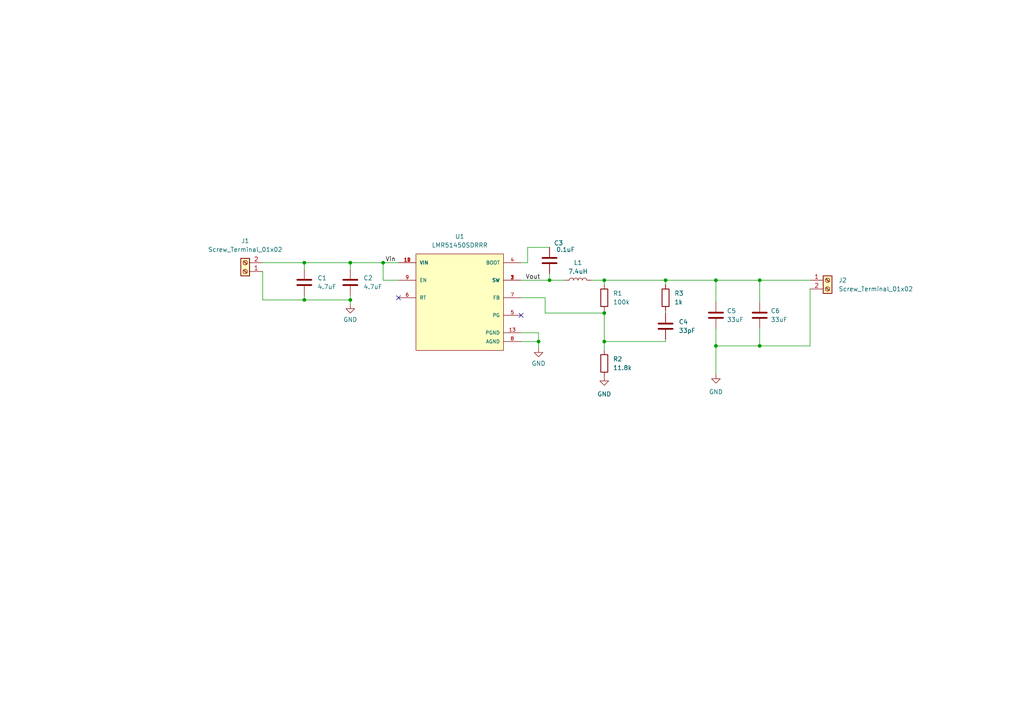
<source format=kicad_sch>
(kicad_sch (version 20230121) (generator eeschema)

  (uuid 90f3fd66-7ace-4c1c-9ebc-c55d25454461)

  (paper "A4")

  (lib_symbols
    (symbol "Connector:Screw_Terminal_01x02" (pin_names (offset 1.016) hide) (in_bom yes) (on_board yes)
      (property "Reference" "J" (at 0 2.54 0)
        (effects (font (size 1.27 1.27)))
      )
      (property "Value" "Screw_Terminal_01x02" (at 0 -5.08 0)
        (effects (font (size 1.27 1.27)))
      )
      (property "Footprint" "" (at 0 0 0)
        (effects (font (size 1.27 1.27)) hide)
      )
      (property "Datasheet" "~" (at 0 0 0)
        (effects (font (size 1.27 1.27)) hide)
      )
      (property "ki_keywords" "screw terminal" (at 0 0 0)
        (effects (font (size 1.27 1.27)) hide)
      )
      (property "ki_description" "Generic screw terminal, single row, 01x02, script generated (kicad-library-utils/schlib/autogen/connector/)" (at 0 0 0)
        (effects (font (size 1.27 1.27)) hide)
      )
      (property "ki_fp_filters" "TerminalBlock*:*" (at 0 0 0)
        (effects (font (size 1.27 1.27)) hide)
      )
      (symbol "Screw_Terminal_01x02_1_1"
        (rectangle (start -1.27 1.27) (end 1.27 -3.81)
          (stroke (width 0.254) (type default))
          (fill (type background))
        )
        (circle (center 0 -2.54) (radius 0.635)
          (stroke (width 0.1524) (type default))
          (fill (type none))
        )
        (polyline
          (pts
            (xy -0.5334 -2.2098)
            (xy 0.3302 -3.048)
          )
          (stroke (width 0.1524) (type default))
          (fill (type none))
        )
        (polyline
          (pts
            (xy -0.5334 0.3302)
            (xy 0.3302 -0.508)
          )
          (stroke (width 0.1524) (type default))
          (fill (type none))
        )
        (polyline
          (pts
            (xy -0.3556 -2.032)
            (xy 0.508 -2.8702)
          )
          (stroke (width 0.1524) (type default))
          (fill (type none))
        )
        (polyline
          (pts
            (xy -0.3556 0.508)
            (xy 0.508 -0.3302)
          )
          (stroke (width 0.1524) (type default))
          (fill (type none))
        )
        (circle (center 0 0) (radius 0.635)
          (stroke (width 0.1524) (type default))
          (fill (type none))
        )
        (pin passive line (at -5.08 0 0) (length 3.81)
          (name "Pin_1" (effects (font (size 1.27 1.27))))
          (number "1" (effects (font (size 1.27 1.27))))
        )
        (pin passive line (at -5.08 -2.54 0) (length 3.81)
          (name "Pin_2" (effects (font (size 1.27 1.27))))
          (number "2" (effects (font (size 1.27 1.27))))
        )
      )
    )
    (symbol "Device:C" (pin_numbers hide) (pin_names (offset 0.254)) (in_bom yes) (on_board yes)
      (property "Reference" "C" (at 0.635 2.54 0)
        (effects (font (size 1.27 1.27)) (justify left))
      )
      (property "Value" "C" (at 0.635 -2.54 0)
        (effects (font (size 1.27 1.27)) (justify left))
      )
      (property "Footprint" "" (at 0.9652 -3.81 0)
        (effects (font (size 1.27 1.27)) hide)
      )
      (property "Datasheet" "~" (at 0 0 0)
        (effects (font (size 1.27 1.27)) hide)
      )
      (property "ki_keywords" "cap capacitor" (at 0 0 0)
        (effects (font (size 1.27 1.27)) hide)
      )
      (property "ki_description" "Unpolarized capacitor" (at 0 0 0)
        (effects (font (size 1.27 1.27)) hide)
      )
      (property "ki_fp_filters" "C_*" (at 0 0 0)
        (effects (font (size 1.27 1.27)) hide)
      )
      (symbol "C_0_1"
        (polyline
          (pts
            (xy -2.032 -0.762)
            (xy 2.032 -0.762)
          )
          (stroke (width 0.508) (type default))
          (fill (type none))
        )
        (polyline
          (pts
            (xy -2.032 0.762)
            (xy 2.032 0.762)
          )
          (stroke (width 0.508) (type default))
          (fill (type none))
        )
      )
      (symbol "C_1_1"
        (pin passive line (at 0 3.81 270) (length 2.794)
          (name "~" (effects (font (size 1.27 1.27))))
          (number "1" (effects (font (size 1.27 1.27))))
        )
        (pin passive line (at 0 -3.81 90) (length 2.794)
          (name "~" (effects (font (size 1.27 1.27))))
          (number "2" (effects (font (size 1.27 1.27))))
        )
      )
    )
    (symbol "Device:L" (pin_numbers hide) (pin_names (offset 1.016) hide) (in_bom yes) (on_board yes)
      (property "Reference" "L" (at -1.27 0 90)
        (effects (font (size 1.27 1.27)))
      )
      (property "Value" "L" (at 1.905 0 90)
        (effects (font (size 1.27 1.27)))
      )
      (property "Footprint" "" (at 0 0 0)
        (effects (font (size 1.27 1.27)) hide)
      )
      (property "Datasheet" "~" (at 0 0 0)
        (effects (font (size 1.27 1.27)) hide)
      )
      (property "ki_keywords" "inductor choke coil reactor magnetic" (at 0 0 0)
        (effects (font (size 1.27 1.27)) hide)
      )
      (property "ki_description" "Inductor" (at 0 0 0)
        (effects (font (size 1.27 1.27)) hide)
      )
      (property "ki_fp_filters" "Choke_* *Coil* Inductor_* L_*" (at 0 0 0)
        (effects (font (size 1.27 1.27)) hide)
      )
      (symbol "L_0_1"
        (arc (start 0 -2.54) (mid 0.6323 -1.905) (end 0 -1.27)
          (stroke (width 0) (type default))
          (fill (type none))
        )
        (arc (start 0 -1.27) (mid 0.6323 -0.635) (end 0 0)
          (stroke (width 0) (type default))
          (fill (type none))
        )
        (arc (start 0 0) (mid 0.6323 0.635) (end 0 1.27)
          (stroke (width 0) (type default))
          (fill (type none))
        )
        (arc (start 0 1.27) (mid 0.6323 1.905) (end 0 2.54)
          (stroke (width 0) (type default))
          (fill (type none))
        )
      )
      (symbol "L_1_1"
        (pin passive line (at 0 3.81 270) (length 1.27)
          (name "1" (effects (font (size 1.27 1.27))))
          (number "1" (effects (font (size 1.27 1.27))))
        )
        (pin passive line (at 0 -3.81 90) (length 1.27)
          (name "2" (effects (font (size 1.27 1.27))))
          (number "2" (effects (font (size 1.27 1.27))))
        )
      )
    )
    (symbol "Device:R" (pin_numbers hide) (pin_names (offset 0)) (in_bom yes) (on_board yes)
      (property "Reference" "R" (at 2.032 0 90)
        (effects (font (size 1.27 1.27)))
      )
      (property "Value" "R" (at 0 0 90)
        (effects (font (size 1.27 1.27)))
      )
      (property "Footprint" "" (at -1.778 0 90)
        (effects (font (size 1.27 1.27)) hide)
      )
      (property "Datasheet" "~" (at 0 0 0)
        (effects (font (size 1.27 1.27)) hide)
      )
      (property "ki_keywords" "R res resistor" (at 0 0 0)
        (effects (font (size 1.27 1.27)) hide)
      )
      (property "ki_description" "Resistor" (at 0 0 0)
        (effects (font (size 1.27 1.27)) hide)
      )
      (property "ki_fp_filters" "R_*" (at 0 0 0)
        (effects (font (size 1.27 1.27)) hide)
      )
      (symbol "R_0_1"
        (rectangle (start -1.016 -2.54) (end 1.016 2.54)
          (stroke (width 0.254) (type default))
          (fill (type none))
        )
      )
      (symbol "R_1_1"
        (pin passive line (at 0 3.81 270) (length 1.27)
          (name "~" (effects (font (size 1.27 1.27))))
          (number "1" (effects (font (size 1.27 1.27))))
        )
        (pin passive line (at 0 -3.81 90) (length 1.27)
          (name "~" (effects (font (size 1.27 1.27))))
          (number "2" (effects (font (size 1.27 1.27))))
        )
      )
    )
    (symbol "GND_1" (power) (pin_numbers hide) (pin_names (offset 0) hide) (in_bom yes) (on_board yes)
      (property "Reference" "#PWR" (at 0 -6.35 0)
        (effects (font (size 1.27 1.27)) hide)
      )
      (property "Value" "GND_1" (at 0 -3.81 0)
        (effects (font (size 1.27 1.27)))
      )
      (property "Footprint" "" (at 0 0 0)
        (effects (font (size 1.27 1.27)) hide)
      )
      (property "Datasheet" "" (at 0 0 0)
        (effects (font (size 1.27 1.27)) hide)
      )
      (property "ki_keywords" "global power" (at 0 0 0)
        (effects (font (size 1.27 1.27)) hide)
      )
      (property "ki_description" "Power symbol creates a global label with name \"GND\" , ground" (at 0 0 0)
        (effects (font (size 1.27 1.27)) hide)
      )
      (symbol "GND_1_0_1"
        (polyline
          (pts
            (xy 0 0)
            (xy 0 -1.27)
            (xy 1.27 -1.27)
            (xy 0 -2.54)
            (xy -1.27 -1.27)
            (xy 0 -1.27)
          )
          (stroke (width 0) (type default))
          (fill (type none))
        )
      )
      (symbol "GND_1_1_1"
        (pin power_in line (at 0 0 270) (length 0) hide
          (name "GND" (effects (font (size 1.27 1.27))))
          (number "1" (effects (font (size 1.27 1.27))))
        )
      )
    )
    (symbol "GND_2" (power) (pin_numbers hide) (pin_names (offset 0) hide) (in_bom yes) (on_board yes)
      (property "Reference" "#PWR" (at 0 -6.35 0)
        (effects (font (size 1.27 1.27)) hide)
      )
      (property "Value" "GND_2" (at 0 -3.81 0)
        (effects (font (size 1.27 1.27)))
      )
      (property "Footprint" "" (at 0 0 0)
        (effects (font (size 1.27 1.27)) hide)
      )
      (property "Datasheet" "" (at 0 0 0)
        (effects (font (size 1.27 1.27)) hide)
      )
      (property "ki_keywords" "global power" (at 0 0 0)
        (effects (font (size 1.27 1.27)) hide)
      )
      (property "ki_description" "Power symbol creates a global label with name \"GND\" , ground" (at 0 0 0)
        (effects (font (size 1.27 1.27)) hide)
      )
      (symbol "GND_2_0_1"
        (polyline
          (pts
            (xy 0 0)
            (xy 0 -1.27)
            (xy 1.27 -1.27)
            (xy 0 -2.54)
            (xy -1.27 -1.27)
            (xy 0 -1.27)
          )
          (stroke (width 0) (type default))
          (fill (type none))
        )
      )
      (symbol "GND_2_1_1"
        (pin power_in line (at 0 0 270) (length 0) hide
          (name "GND" (effects (font (size 1.27 1.27))))
          (number "1" (effects (font (size 1.27 1.27))))
        )
      )
    )
    (symbol "GND_3" (power) (pin_numbers hide) (pin_names (offset 0) hide) (in_bom yes) (on_board yes)
      (property "Reference" "#PWR" (at 0 -6.35 0)
        (effects (font (size 1.27 1.27)) hide)
      )
      (property "Value" "GND_3" (at 0 -3.81 0)
        (effects (font (size 1.27 1.27)))
      )
      (property "Footprint" "" (at 0 0 0)
        (effects (font (size 1.27 1.27)) hide)
      )
      (property "Datasheet" "" (at 0 0 0)
        (effects (font (size 1.27 1.27)) hide)
      )
      (property "ki_keywords" "global power" (at 0 0 0)
        (effects (font (size 1.27 1.27)) hide)
      )
      (property "ki_description" "Power symbol creates a global label with name \"GND\" , ground" (at 0 0 0)
        (effects (font (size 1.27 1.27)) hide)
      )
      (symbol "GND_3_0_1"
        (polyline
          (pts
            (xy 0 0)
            (xy 0 -1.27)
            (xy 1.27 -1.27)
            (xy 0 -2.54)
            (xy -1.27 -1.27)
            (xy 0 -1.27)
          )
          (stroke (width 0) (type default))
          (fill (type none))
        )
      )
      (symbol "GND_3_1_1"
        (pin power_in line (at 0 0 270) (length 0) hide
          (name "GND" (effects (font (size 1.27 1.27))))
          (number "1" (effects (font (size 1.27 1.27))))
        )
      )
    )
    (symbol "LMR51450SDRRR:LMR51450SDRRR" (pin_names (offset 1.016)) (in_bom yes) (on_board yes)
      (property "Reference" "U" (at -12.7 13.335 0)
        (effects (font (size 1.27 1.27)) (justify left bottom))
      )
      (property "Value" "LMR51450SDRRR" (at -12.7 -17.78 0)
        (effects (font (size 1.27 1.27)) (justify left bottom))
      )
      (property "Footprint" "LMR51450SDRRR:CONV_LMR51450SDRRR" (at 0 0 0)
        (effects (font (size 1.27 1.27)) (justify bottom) hide)
      )
      (property "Datasheet" "" (at 0 0 0)
        (effects (font (size 1.27 1.27)) hide)
      )
      (property "MF" "Texas Instruments" (at 0 0 0)
        (effects (font (size 1.27 1.27)) (justify bottom) hide)
      )
      (property "MAXIMUM_PACKAGE_HEIGHT" "0.80 mm" (at 0 0 0)
        (effects (font (size 1.27 1.27)) (justify bottom) hide)
      )
      (property "Package" "WSON-12 Texas Instruments" (at 0 0 0)
        (effects (font (size 1.27 1.27)) (justify bottom) hide)
      )
      (property "Price" "None" (at 0 0 0)
        (effects (font (size 1.27 1.27)) (justify bottom) hide)
      )
      (property "Check_prices" "https://www.snapeda.com/parts/LMR51450SDRRR/Texas+Instruments/view-part/?ref=eda" (at 0 0 0)
        (effects (font (size 1.27 1.27)) (justify bottom) hide)
      )
      (property "STANDARD" "Manufacturer Recommendations" (at 0 0 0)
        (effects (font (size 1.27 1.27)) (justify bottom) hide)
      )
      (property "PARTREV" "December 2022" (at 0 0 0)
        (effects (font (size 1.27 1.27)) (justify bottom) hide)
      )
      (property "SnapEDA_Link" "https://www.snapeda.com/parts/LMR51450SDRRR/Texas+Instruments/view-part/?ref=snap" (at 0 0 0)
        (effects (font (size 1.27 1.27)) (justify bottom) hide)
      )
      (property "MP" "LMR51450SDRRR" (at 0 0 0)
        (effects (font (size 1.27 1.27)) (justify bottom) hide)
      )
      (property "Description" "\n                        \n                            36-V, 5-A synchronous buck converter\n                        \n" (at 0 0 0)
        (effects (font (size 1.27 1.27)) (justify bottom) hide)
      )
      (property "Availability" "In Stock" (at 0 0 0)
        (effects (font (size 1.27 1.27)) (justify bottom) hide)
      )
      (property "MANUFACTURER" "Texas Instruments" (at 0 0 0)
        (effects (font (size 1.27 1.27)) (justify bottom) hide)
      )
      (symbol "LMR51450SDRRR_0_0"
        (rectangle (start -12.7 -15.24) (end 12.7 12.7)
          (stroke (width 0.1524) (type default))
          (fill (type background))
        )
        (pin output line (at 17.78 5.08 180) (length 5.08)
          (name "SW" (effects (font (size 1.016 1.016))))
          (number "1" (effects (font (size 1.016 1.016))))
        )
        (pin input line (at -17.78 10.16 0) (length 5.08)
          (name "VIN" (effects (font (size 1.016 1.016))))
          (number "10" (effects (font (size 1.016 1.016))))
        )
        (pin input line (at -17.78 10.16 0) (length 5.08)
          (name "VIN" (effects (font (size 1.016 1.016))))
          (number "11" (effects (font (size 1.016 1.016))))
        )
        (pin input line (at -17.78 10.16 0) (length 5.08)
          (name "VIN" (effects (font (size 1.016 1.016))))
          (number "12" (effects (font (size 1.016 1.016))))
        )
        (pin power_in line (at 17.78 -10.16 180) (length 5.08)
          (name "PGND" (effects (font (size 1.016 1.016))))
          (number "13" (effects (font (size 1.016 1.016))))
        )
        (pin output line (at 17.78 5.08 180) (length 5.08)
          (name "SW" (effects (font (size 1.016 1.016))))
          (number "2" (effects (font (size 1.016 1.016))))
        )
        (pin output line (at 17.78 5.08 180) (length 5.08)
          (name "SW" (effects (font (size 1.016 1.016))))
          (number "3" (effects (font (size 1.016 1.016))))
        )
        (pin passive line (at 17.78 10.16 180) (length 5.08)
          (name "BOOT" (effects (font (size 1.016 1.016))))
          (number "4" (effects (font (size 1.016 1.016))))
        )
        (pin output line (at 17.78 -5.08 180) (length 5.08)
          (name "PG" (effects (font (size 1.016 1.016))))
          (number "5" (effects (font (size 1.016 1.016))))
        )
        (pin input line (at -17.78 0 0) (length 5.08)
          (name "RT" (effects (font (size 1.016 1.016))))
          (number "6" (effects (font (size 1.016 1.016))))
        )
        (pin input line (at 17.78 0 180) (length 5.08)
          (name "FB" (effects (font (size 1.016 1.016))))
          (number "7" (effects (font (size 1.016 1.016))))
        )
        (pin power_in line (at 17.78 -12.7 180) (length 5.08)
          (name "AGND" (effects (font (size 1.016 1.016))))
          (number "8" (effects (font (size 1.016 1.016))))
        )
        (pin input line (at -17.78 5.08 0) (length 5.08)
          (name "EN" (effects (font (size 1.016 1.016))))
          (number "9" (effects (font (size 1.016 1.016))))
        )
      )
    )
    (symbol "power:GND" (power) (pin_numbers hide) (pin_names (offset 0) hide) (in_bom yes) (on_board yes)
      (property "Reference" "#PWR" (at 0 -6.35 0)
        (effects (font (size 1.27 1.27)) hide)
      )
      (property "Value" "GND" (at 0 -3.81 0)
        (effects (font (size 1.27 1.27)))
      )
      (property "Footprint" "" (at 0 0 0)
        (effects (font (size 1.27 1.27)) hide)
      )
      (property "Datasheet" "" (at 0 0 0)
        (effects (font (size 1.27 1.27)) hide)
      )
      (property "ki_keywords" "global power" (at 0 0 0)
        (effects (font (size 1.27 1.27)) hide)
      )
      (property "ki_description" "Power symbol creates a global label with name \"GND\" , ground" (at 0 0 0)
        (effects (font (size 1.27 1.27)) hide)
      )
      (symbol "GND_0_1"
        (polyline
          (pts
            (xy 0 0)
            (xy 0 -1.27)
            (xy 1.27 -1.27)
            (xy 0 -2.54)
            (xy -1.27 -1.27)
            (xy 0 -1.27)
          )
          (stroke (width 0) (type default))
          (fill (type none))
        )
      )
      (symbol "GND_1_1"
        (pin power_in line (at 0 0 270) (length 0) hide
          (name "GND" (effects (font (size 1.27 1.27))))
          (number "1" (effects (font (size 1.27 1.27))))
        )
      )
    )
  )

  (junction (at 207.645 81.28) (diameter 0) (color 0 0 0 0)
    (uuid 0588566c-5228-4dae-baec-c5748f9af0b7)
  )
  (junction (at 220.345 81.28) (diameter 0) (color 0 0 0 0)
    (uuid 085d0186-afeb-4a2e-9088-7554f39d73a7)
  )
  (junction (at 193.04 81.28) (diameter 0) (color 0 0 0 0)
    (uuid 0eaf86ff-f8fa-4580-a9c0-29534b077b5f)
  )
  (junction (at 159.385 81.28) (diameter 0) (color 0 0 0 0)
    (uuid 4dd2dcca-e9d1-459d-a854-d17735c08e6a)
  )
  (junction (at 156.21 99.06) (diameter 0) (color 0 0 0 0)
    (uuid 5304b677-1130-4cfd-96ca-e8598fd0aad9)
  )
  (junction (at 88.265 86.995) (diameter 0) (color 0 0 0 0)
    (uuid 745082ae-c519-4c2d-a9bd-6e4577487f80)
  )
  (junction (at 88.265 76.2) (diameter 0) (color 0 0 0 0)
    (uuid 8c856cce-d8c3-42c3-9504-2efd63f64f73)
  )
  (junction (at 101.6 76.2) (diameter 0) (color 0 0 0 0)
    (uuid a25b1b57-9f63-4a37-b967-1289eca03a63)
  )
  (junction (at 101.6 86.995) (diameter 0) (color 0 0 0 0)
    (uuid a8cdf007-dcbb-459b-8f47-5a5621ad3b7a)
  )
  (junction (at 220.345 100.33) (diameter 0) (color 0 0 0 0)
    (uuid ae58f75a-8f78-47b5-bcad-00ae108f0921)
  )
  (junction (at 207.645 100.33) (diameter 0) (color 0 0 0 0)
    (uuid e807285c-3457-4afd-ba3b-454a5430e7d2)
  )
  (junction (at 175.26 99.06) (diameter 0) (color 0 0 0 0)
    (uuid ec5a0867-06af-437a-8f7e-6052f4466fd4)
  )
  (junction (at 111.125 76.2) (diameter 0) (color 0 0 0 0)
    (uuid f31e2004-e92d-4670-a991-df771fadce7e)
  )
  (junction (at 175.26 90.805) (diameter 0) (color 0 0 0 0)
    (uuid f3ba9300-4d54-4007-82fd-46397b96cb52)
  )
  (junction (at 175.26 81.28) (diameter 0) (color 0 0 0 0)
    (uuid fce1c1d6-7837-41fb-b8d1-b43000b6e014)
  )

  (no_connect (at 151.13 91.44) (uuid 7f90bfb4-6fd0-43c1-b33a-f867a7f02edc))
  (no_connect (at 115.57 86.36) (uuid a17678c6-0073-4579-afdb-b3843c802a0f))

  (wire (pts (xy 193.04 81.28) (xy 207.645 81.28))
    (stroke (width 0) (type default))
    (uuid 046fcad9-94c5-4909-916f-8122b487d015)
  )
  (wire (pts (xy 158.115 90.805) (xy 175.26 90.805))
    (stroke (width 0) (type default))
    (uuid 07e0408d-6c10-44cf-92eb-23469299936f)
  )
  (wire (pts (xy 175.26 99.06) (xy 175.26 101.6))
    (stroke (width 0) (type default))
    (uuid 08cd37cf-7043-4055-85fb-2c4f9c752166)
  )
  (wire (pts (xy 175.26 90.805) (xy 175.26 99.06))
    (stroke (width 0) (type default))
    (uuid 134c29af-15e5-4c57-a1e5-24811e947184)
  )
  (wire (pts (xy 88.265 86.995) (xy 101.6 86.995))
    (stroke (width 0) (type default))
    (uuid 1d8b23fa-4710-4bfa-8235-bc861d5c75c1)
  )
  (wire (pts (xy 220.345 81.28) (xy 234.95 81.28))
    (stroke (width 0) (type default))
    (uuid 1e72d343-4419-47bc-92e2-3277e19408ec)
  )
  (wire (pts (xy 151.13 76.2) (xy 153.035 76.2))
    (stroke (width 0) (type default))
    (uuid 2061e20e-d0c7-409d-9c85-0fdfe606c333)
  )
  (wire (pts (xy 207.645 81.28) (xy 220.345 81.28))
    (stroke (width 0) (type default))
    (uuid 20abe893-a915-4254-9789-ffd90b7d30a6)
  )
  (wire (pts (xy 175.26 99.06) (xy 193.04 99.06))
    (stroke (width 0) (type default))
    (uuid 2840fcdf-b44c-4da4-8822-f39c1d943710)
  )
  (wire (pts (xy 88.265 85.725) (xy 88.265 86.995))
    (stroke (width 0) (type default))
    (uuid 287b27df-ee49-456d-89b6-dbfe13f47e77)
  )
  (wire (pts (xy 193.04 99.06) (xy 193.04 98.425))
    (stroke (width 0) (type default))
    (uuid 2d0e1e3f-0fde-44cd-b44c-860aaa22fb05)
  )
  (wire (pts (xy 156.21 96.52) (xy 156.21 99.06))
    (stroke (width 0) (type default))
    (uuid 2eb1eb2d-c3e1-460f-9ad2-c974eef8074f)
  )
  (wire (pts (xy 220.345 95.25) (xy 220.345 100.33))
    (stroke (width 0) (type default))
    (uuid 3c48a6c7-be8e-4289-97a6-f273c58054e0)
  )
  (wire (pts (xy 175.26 81.28) (xy 171.45 81.28))
    (stroke (width 0) (type default))
    (uuid 3dc9db96-8c1d-48c7-a706-50213c9ecc9d)
  )
  (wire (pts (xy 159.385 79.375) (xy 159.385 81.28))
    (stroke (width 0) (type default))
    (uuid 47a6555c-c61c-4e4c-8609-95809f651d76)
  )
  (wire (pts (xy 76.2 78.74) (xy 76.2 86.995))
    (stroke (width 0) (type default))
    (uuid 51282150-cdce-44d6-a819-86caf8adb683)
  )
  (wire (pts (xy 175.26 81.28) (xy 193.04 81.28))
    (stroke (width 0) (type default))
    (uuid 577e7da2-b6a7-4c60-b439-991f54acc5fb)
  )
  (wire (pts (xy 101.6 88.265) (xy 101.6 86.995))
    (stroke (width 0) (type default))
    (uuid 59d54824-fff8-4e37-8241-a1c6cced6c2b)
  )
  (wire (pts (xy 158.115 86.36) (xy 151.13 86.36))
    (stroke (width 0) (type default))
    (uuid 5a0b9bcc-4752-4b41-9580-d0c6b1d604b5)
  )
  (wire (pts (xy 88.265 76.2) (xy 88.265 78.105))
    (stroke (width 0) (type default))
    (uuid 5d0fa542-481e-4045-97eb-4700845c5423)
  )
  (wire (pts (xy 175.26 90.17) (xy 175.26 90.805))
    (stroke (width 0) (type default))
    (uuid 60079b7e-2c36-46c6-b288-347e9da02fa0)
  )
  (wire (pts (xy 158.115 90.805) (xy 158.115 86.36))
    (stroke (width 0) (type default))
    (uuid 62efd768-f68b-4bb0-b6e8-aab481ec45a7)
  )
  (wire (pts (xy 159.385 81.28) (xy 163.83 81.28))
    (stroke (width 0) (type default))
    (uuid 645c3a7f-c887-4b0f-9808-020df7bd2e4e)
  )
  (wire (pts (xy 220.345 81.28) (xy 220.345 87.63))
    (stroke (width 0) (type default))
    (uuid 6de5f61a-603a-42dc-b08e-0a4efb44d280)
  )
  (wire (pts (xy 234.95 100.33) (xy 220.345 100.33))
    (stroke (width 0) (type default))
    (uuid 6eb7c055-db68-492e-aed8-45c00eb11a87)
  )
  (wire (pts (xy 156.21 99.06) (xy 156.21 100.965))
    (stroke (width 0) (type default))
    (uuid 7977a23a-fc68-4f8e-9a05-8bdc5c8b6902)
  )
  (wire (pts (xy 151.13 96.52) (xy 156.21 96.52))
    (stroke (width 0) (type default))
    (uuid 8cedd4cb-e7e8-4041-8a42-e71352a79d2a)
  )
  (wire (pts (xy 153.035 76.2) (xy 153.035 71.755))
    (stroke (width 0) (type default))
    (uuid 8da275f8-6aef-45ac-991f-5d496084dfc9)
  )
  (wire (pts (xy 193.04 82.55) (xy 193.04 81.28))
    (stroke (width 0) (type default))
    (uuid 920413ef-2f1f-4465-8b6b-e467557fa2b2)
  )
  (wire (pts (xy 234.95 83.82) (xy 234.95 100.33))
    (stroke (width 0) (type default))
    (uuid 9760f82c-e22f-4783-b771-8a064c774efb)
  )
  (wire (pts (xy 115.57 81.28) (xy 111.125 81.28))
    (stroke (width 0) (type default))
    (uuid a1b5b6c7-7666-4a63-b6b4-508ed021c252)
  )
  (wire (pts (xy 153.035 71.755) (xy 159.385 71.755))
    (stroke (width 0) (type default))
    (uuid a37e19bb-1af5-4369-b700-8d65d6dc735f)
  )
  (wire (pts (xy 101.6 76.2) (xy 111.125 76.2))
    (stroke (width 0) (type default))
    (uuid b1c43f38-8b59-4d40-96b6-65bd6633b5c5)
  )
  (wire (pts (xy 88.265 76.2) (xy 101.6 76.2))
    (stroke (width 0) (type default))
    (uuid b5399c05-a565-4f74-a258-c9d9e961cde9)
  )
  (wire (pts (xy 207.645 100.33) (xy 207.645 95.25))
    (stroke (width 0) (type default))
    (uuid b6056d17-121c-4df4-929b-b594fb5e173d)
  )
  (wire (pts (xy 76.2 76.2) (xy 88.265 76.2))
    (stroke (width 0) (type default))
    (uuid b6d7dbbe-3c12-45ea-a9bb-2742276f4bc2)
  )
  (wire (pts (xy 207.645 87.63) (xy 207.645 81.28))
    (stroke (width 0) (type default))
    (uuid beb5bb74-434c-4a2c-a7dd-e3930ad642ae)
  )
  (wire (pts (xy 101.6 78.105) (xy 101.6 76.2))
    (stroke (width 0) (type default))
    (uuid c37eefd7-670d-42ab-9a4c-b782df93da6b)
  )
  (wire (pts (xy 207.645 100.33) (xy 220.345 100.33))
    (stroke (width 0) (type default))
    (uuid c9c0613a-5da3-4840-8fc5-862efcc076ff)
  )
  (wire (pts (xy 193.04 90.17) (xy 193.04 90.805))
    (stroke (width 0) (type default))
    (uuid dc3b0251-4aec-4d20-ac69-cd7a4ab8f7be)
  )
  (wire (pts (xy 111.125 81.28) (xy 111.125 76.2))
    (stroke (width 0) (type default))
    (uuid de3c303d-166b-4729-82e8-c93eab94506e)
  )
  (wire (pts (xy 175.26 81.28) (xy 175.26 82.55))
    (stroke (width 0) (type default))
    (uuid def2ba5d-bcf6-458e-b607-4b8c4681db90)
  )
  (wire (pts (xy 159.385 81.28) (xy 151.13 81.28))
    (stroke (width 0) (type default))
    (uuid dfc91d77-8a06-4b82-a630-bdcd0393ac77)
  )
  (wire (pts (xy 207.645 108.585) (xy 207.645 100.33))
    (stroke (width 0) (type default))
    (uuid e1bd4792-ee91-4e0b-8d42-bcba9db287df)
  )
  (wire (pts (xy 76.2 86.995) (xy 88.265 86.995))
    (stroke (width 0) (type default))
    (uuid e2c3d9c9-9a98-4027-ac36-cb10c8b364ed)
  )
  (wire (pts (xy 151.13 99.06) (xy 156.21 99.06))
    (stroke (width 0) (type default))
    (uuid f59d941a-2823-41f9-ba01-15c4e852c56d)
  )
  (wire (pts (xy 101.6 86.995) (xy 101.6 85.725))
    (stroke (width 0) (type default))
    (uuid f8157536-10aa-479b-9e96-ae85501b6fc8)
  )
  (wire (pts (xy 111.125 76.2) (xy 115.57 76.2))
    (stroke (width 0) (type default))
    (uuid fff698e9-8590-4d4d-a050-0a2c247225e4)
  )

  (label "Vout" (at 152.4 81.28 0) (fields_autoplaced)
    (effects (font (size 1.27 1.27)) (justify left bottom))
    (uuid 3e0a9016-41fb-4bee-902a-73d6c115d332)
  )
  (label "Vin" (at 111.76 76.2 0) (fields_autoplaced)
    (effects (font (size 1.27 1.27)) (justify left bottom))
    (uuid 4669a3de-5215-483f-a976-4f9fcef2c2d9)
  )

  (symbol (lib_id "Connector:Screw_Terminal_01x02") (at 71.12 78.74 180) (unit 1)
    (in_bom yes) (on_board yes) (dnp no) (fields_autoplaced)
    (uuid 23b6ad3d-acb5-4976-b5eb-b9c0d2787334)
    (property "Reference" "J1" (at 71.12 69.85 0)
      (effects (font (size 1.27 1.27)))
    )
    (property "Value" "Screw_Terminal_01x02" (at 71.12 72.39 0)
      (effects (font (size 1.27 1.27)))
    )
    (property "Footprint" "Connector_Phoenix_MSTB:PhoenixContact_MSTBA_2,5_2-G-5,08_1x02_P5.08mm_Horizontal" (at 71.12 78.74 0)
      (effects (font (size 1.27 1.27)) hide)
    )
    (property "Datasheet" "~" (at 71.12 78.74 0)
      (effects (font (size 1.27 1.27)) hide)
    )
    (pin "1" (uuid 90181f99-c6bb-4787-b2f4-6021d4953f2f))
    (pin "2" (uuid 03b8284f-daca-4fa5-9f67-4cc56b03ce69))
    (instances
      (project "DC-DC_BuckConverter"
        (path "/90f3fd66-7ace-4c1c-9ebc-c55d25454461"
          (reference "J1") (unit 1)
        )
      )
    )
  )

  (symbol (lib_id "Device:R") (at 193.04 86.36 0) (unit 1)
    (in_bom yes) (on_board yes) (dnp no) (fields_autoplaced)
    (uuid 23c3400b-e05d-4b10-95eb-96e5e0eee07a)
    (property "Reference" "R3" (at 195.58 85.09 0)
      (effects (font (size 1.27 1.27)) (justify left))
    )
    (property "Value" "1k" (at 195.58 87.63 0)
      (effects (font (size 1.27 1.27)) (justify left))
    )
    (property "Footprint" "Resistor_SMD:R_0603_1608Metric" (at 191.262 86.36 90)
      (effects (font (size 1.27 1.27)) hide)
    )
    (property "Datasheet" "~" (at 193.04 86.36 0)
      (effects (font (size 1.27 1.27)) hide)
    )
    (pin "1" (uuid 4d7b3ebe-6b49-4e04-87c3-ac0104e5e319))
    (pin "2" (uuid d1551ccf-2fed-452f-adb6-a16fcb4649e6))
    (instances
      (project "DC-DC_BuckConverter"
        (path "/90f3fd66-7ace-4c1c-9ebc-c55d25454461"
          (reference "R3") (unit 1)
        )
      )
    )
  )

  (symbol (lib_id "Device:C") (at 101.6 81.915 0) (unit 1)
    (in_bom yes) (on_board yes) (dnp no) (fields_autoplaced)
    (uuid 26a016e0-9e94-4ef7-ba8c-ad9c562f886d)
    (property "Reference" "C2" (at 105.41 80.645 0)
      (effects (font (size 1.27 1.27)) (justify left))
    )
    (property "Value" "4.7uF" (at 105.41 83.185 0)
      (effects (font (size 1.27 1.27)) (justify left))
    )
    (property "Footprint" "Capacitor_SMD:C_0603_1608Metric" (at 102.5652 85.725 0)
      (effects (font (size 1.27 1.27)) hide)
    )
    (property "Datasheet" "~" (at 101.6 81.915 0)
      (effects (font (size 1.27 1.27)) hide)
    )
    (pin "1" (uuid 11bcdfe2-9b77-4c80-8ea3-89221850e868))
    (pin "2" (uuid 47bbbc72-25d7-4970-a708-6bfb9560e4f6))
    (instances
      (project "DC-DC_BuckConverter"
        (path "/90f3fd66-7ace-4c1c-9ebc-c55d25454461"
          (reference "C2") (unit 1)
        )
      )
    )
  )

  (symbol (lib_id "Device:C") (at 207.645 91.44 0) (unit 1)
    (in_bom yes) (on_board yes) (dnp no) (fields_autoplaced)
    (uuid 278355a1-d873-450d-b185-820f64287188)
    (property "Reference" "C5" (at 210.82 90.17 0)
      (effects (font (size 1.27 1.27)) (justify left))
    )
    (property "Value" "33uF" (at 210.82 92.71 0)
      (effects (font (size 1.27 1.27)) (justify left))
    )
    (property "Footprint" "Capacitor_SMD:C_0603_1608Metric" (at 208.6102 95.25 0)
      (effects (font (size 1.27 1.27)) hide)
    )
    (property "Datasheet" "~" (at 207.645 91.44 0)
      (effects (font (size 1.27 1.27)) hide)
    )
    (pin "1" (uuid c8994c14-55ba-40a3-a5a2-d050a7d1c828))
    (pin "2" (uuid a8b21004-623f-4446-a5d6-155c53a5c798))
    (instances
      (project "DC-DC_BuckConverter"
        (path "/90f3fd66-7ace-4c1c-9ebc-c55d25454461"
          (reference "C5") (unit 1)
        )
      )
    )
  )

  (symbol (lib_id "Device:C") (at 220.345 91.44 0) (unit 1)
    (in_bom yes) (on_board yes) (dnp no) (fields_autoplaced)
    (uuid 2b5ac48f-bdc1-4181-b0e0-91fc465df434)
    (property "Reference" "C6" (at 223.52 90.17 0)
      (effects (font (size 1.27 1.27)) (justify left))
    )
    (property "Value" "33uF" (at 223.52 92.71 0)
      (effects (font (size 1.27 1.27)) (justify left))
    )
    (property "Footprint" "Capacitor_SMD:C_0603_1608Metric" (at 221.3102 95.25 0)
      (effects (font (size 1.27 1.27)) hide)
    )
    (property "Datasheet" "~" (at 220.345 91.44 0)
      (effects (font (size 1.27 1.27)) hide)
    )
    (pin "1" (uuid 8f97d474-551f-4e2b-8aaf-a73c3b1926a8))
    (pin "2" (uuid 380d5908-f272-415b-9016-a92c0e864a14))
    (instances
      (project "DC-DC_BuckConverter"
        (path "/90f3fd66-7ace-4c1c-9ebc-c55d25454461"
          (reference "C6") (unit 1)
        )
      )
    )
  )

  (symbol (lib_id "Device:C") (at 88.265 81.915 0) (unit 1)
    (in_bom yes) (on_board yes) (dnp no) (fields_autoplaced)
    (uuid 32911463-2a06-4c4f-901b-3c9f0238b0d5)
    (property "Reference" "C1" (at 92.075 80.645 0)
      (effects (font (size 1.27 1.27)) (justify left))
    )
    (property "Value" "4.7uF" (at 92.075 83.185 0)
      (effects (font (size 1.27 1.27)) (justify left))
    )
    (property "Footprint" "Capacitor_SMD:C_0603_1608Metric" (at 89.2302 85.725 0)
      (effects (font (size 1.27 1.27)) hide)
    )
    (property "Datasheet" "~" (at 88.265 81.915 0)
      (effects (font (size 1.27 1.27)) hide)
    )
    (pin "1" (uuid 4b0359f3-4d77-493c-b181-ce16512e175e))
    (pin "2" (uuid 2d10bfe3-d09e-43f9-b343-0a70e82db737))
    (instances
      (project "DC-DC_BuckConverter"
        (path "/90f3fd66-7ace-4c1c-9ebc-c55d25454461"
          (reference "C1") (unit 1)
        )
      )
    )
  )

  (symbol (lib_id "Device:R") (at 175.26 86.36 0) (unit 1)
    (in_bom yes) (on_board yes) (dnp no) (fields_autoplaced)
    (uuid 3894dfba-ba47-4f65-b42e-4d105bad4ab3)
    (property "Reference" "R1" (at 177.8 85.09 0)
      (effects (font (size 1.27 1.27)) (justify left))
    )
    (property "Value" "100k" (at 177.8 87.63 0)
      (effects (font (size 1.27 1.27)) (justify left))
    )
    (property "Footprint" "Resistor_SMD:R_0603_1608Metric" (at 173.482 86.36 90)
      (effects (font (size 1.27 1.27)) hide)
    )
    (property "Datasheet" "~" (at 175.26 86.36 0)
      (effects (font (size 1.27 1.27)) hide)
    )
    (pin "1" (uuid c5103801-a0a0-4cbc-89a6-ec8db3f1129b))
    (pin "2" (uuid 4c20cdca-922b-4003-8518-025532b4f636))
    (instances
      (project "DC-DC_BuckConverter"
        (path "/90f3fd66-7ace-4c1c-9ebc-c55d25454461"
          (reference "R1") (unit 1)
        )
      )
    )
  )

  (symbol (lib_id "Device:R") (at 175.26 105.41 0) (unit 1)
    (in_bom yes) (on_board yes) (dnp no) (fields_autoplaced)
    (uuid 3fa341b3-6043-4021-9729-78321b685b09)
    (property "Reference" "R2" (at 177.8 104.14 0)
      (effects (font (size 1.27 1.27)) (justify left))
    )
    (property "Value" "11.8k" (at 177.8 106.68 0)
      (effects (font (size 1.27 1.27)) (justify left))
    )
    (property "Footprint" "Resistor_SMD:R_0603_1608Metric" (at 173.482 105.41 90)
      (effects (font (size 1.27 1.27)) hide)
    )
    (property "Datasheet" "~" (at 175.26 105.41 0)
      (effects (font (size 1.27 1.27)) hide)
    )
    (pin "1" (uuid 5a6a07d5-6385-4040-8fc7-0b0eac6719e5))
    (pin "2" (uuid 72309146-3ab1-4bac-88c3-a92734c1cdca))
    (instances
      (project "DC-DC_BuckConverter"
        (path "/90f3fd66-7ace-4c1c-9ebc-c55d25454461"
          (reference "R2") (unit 1)
        )
      )
    )
  )

  (symbol (lib_name "GND_3") (lib_id "power:GND") (at 156.21 100.965 0) (unit 1)
    (in_bom yes) (on_board yes) (dnp no) (fields_autoplaced)
    (uuid 4b3de732-3c2d-4743-b7bc-21b392f5dc0c)
    (property "Reference" "#PWR04" (at 156.21 107.315 0)
      (effects (font (size 1.27 1.27)) hide)
    )
    (property "Value" "GND" (at 156.21 105.41 0)
      (effects (font (size 1.27 1.27)))
    )
    (property "Footprint" "" (at 156.21 100.965 0)
      (effects (font (size 1.27 1.27)) hide)
    )
    (property "Datasheet" "" (at 156.21 100.965 0)
      (effects (font (size 1.27 1.27)) hide)
    )
    (pin "1" (uuid 949a83ad-8644-4fc8-8319-6db570a0e9fb))
    (instances
      (project "DC-DC_BuckConverter"
        (path "/90f3fd66-7ace-4c1c-9ebc-c55d25454461"
          (reference "#PWR04") (unit 1)
        )
      )
    )
  )

  (symbol (lib_name "GND_1") (lib_id "power:GND") (at 101.6 88.265 0) (unit 1)
    (in_bom yes) (on_board yes) (dnp no) (fields_autoplaced)
    (uuid 5659c00d-f171-49c3-8cd3-a3cb40fdabb7)
    (property "Reference" "#PWR01" (at 101.6 94.615 0)
      (effects (font (size 1.27 1.27)) hide)
    )
    (property "Value" "GND" (at 101.6 92.71 0)
      (effects (font (size 1.27 1.27)))
    )
    (property "Footprint" "" (at 101.6 88.265 0)
      (effects (font (size 1.27 1.27)) hide)
    )
    (property "Datasheet" "" (at 101.6 88.265 0)
      (effects (font (size 1.27 1.27)) hide)
    )
    (pin "1" (uuid 2b5c2d4c-cbe6-4f41-a8be-0fd85dcde9a1))
    (instances
      (project "DC-DC_BuckConverter"
        (path "/90f3fd66-7ace-4c1c-9ebc-c55d25454461"
          (reference "#PWR01") (unit 1)
        )
      )
    )
  )

  (symbol (lib_id "Connector:Screw_Terminal_01x02") (at 240.03 81.28 0) (unit 1)
    (in_bom yes) (on_board yes) (dnp no) (fields_autoplaced)
    (uuid 5c2a67a9-c13c-4db5-9606-4b9a258b33ca)
    (property "Reference" "J2" (at 243.205 81.28 0)
      (effects (font (size 1.27 1.27)) (justify left))
    )
    (property "Value" "Screw_Terminal_01x02" (at 243.205 83.82 0)
      (effects (font (size 1.27 1.27)) (justify left))
    )
    (property "Footprint" "Connector_Phoenix_MSTB:PhoenixContact_MSTBA_2,5_2-G-5,08_1x02_P5.08mm_Horizontal" (at 240.03 81.28 0)
      (effects (font (size 1.27 1.27)) hide)
    )
    (property "Datasheet" "~" (at 240.03 81.28 0)
      (effects (font (size 1.27 1.27)) hide)
    )
    (pin "1" (uuid 882b22db-9832-4a01-b74e-5352c30bbd15))
    (pin "2" (uuid 529f7156-99cf-4cf5-852a-f3255e3cc40b))
    (instances
      (project "DC-DC_BuckConverter"
        (path "/90f3fd66-7ace-4c1c-9ebc-c55d25454461"
          (reference "J2") (unit 1)
        )
      )
    )
  )

  (symbol (lib_id "Device:C") (at 159.385 75.565 0) (unit 1)
    (in_bom yes) (on_board yes) (dnp no)
    (uuid 6973314f-ac2e-41b6-86bd-b08ecca97646)
    (property "Reference" "C3" (at 160.655 70.485 0)
      (effects (font (size 1.27 1.27)) (justify left))
    )
    (property "Value" "0.1uF" (at 161.29 72.39 0)
      (effects (font (size 1.27 1.27)) (justify left))
    )
    (property "Footprint" "Capacitor_SMD:C_0603_1608Metric" (at 160.3502 79.375 0)
      (effects (font (size 1.27 1.27)) hide)
    )
    (property "Datasheet" "~" (at 159.385 75.565 0)
      (effects (font (size 1.27 1.27)) hide)
    )
    (pin "1" (uuid 0e46cc8f-c909-40de-997d-0fbc9857d23d))
    (pin "2" (uuid 7e711939-b2de-4f67-b5ec-9ef60272d5b2))
    (instances
      (project "DC-DC_BuckConverter"
        (path "/90f3fd66-7ace-4c1c-9ebc-c55d25454461"
          (reference "C3") (unit 1)
        )
      )
    )
  )

  (symbol (lib_id "power:GND") (at 207.645 108.585 0) (unit 1)
    (in_bom yes) (on_board yes) (dnp no) (fields_autoplaced)
    (uuid a44d815f-495a-4141-be06-cbf9ccd033dc)
    (property "Reference" "#PWR02" (at 207.645 114.935 0)
      (effects (font (size 1.27 1.27)) hide)
    )
    (property "Value" "GND" (at 207.645 113.665 0)
      (effects (font (size 1.27 1.27)))
    )
    (property "Footprint" "" (at 207.645 108.585 0)
      (effects (font (size 1.27 1.27)) hide)
    )
    (property "Datasheet" "" (at 207.645 108.585 0)
      (effects (font (size 1.27 1.27)) hide)
    )
    (pin "1" (uuid 1ca88097-151c-4126-9e7d-8a4e62598969))
    (instances
      (project "DC-DC_BuckConverter"
        (path "/90f3fd66-7ace-4c1c-9ebc-c55d25454461"
          (reference "#PWR02") (unit 1)
        )
      )
    )
  )

  (symbol (lib_id "Device:L") (at 167.64 81.28 90) (unit 1)
    (in_bom yes) (on_board yes) (dnp no) (fields_autoplaced)
    (uuid bd696a56-f44e-4ec4-ae2a-1ef12042248a)
    (property "Reference" "L1" (at 167.64 76.2 90)
      (effects (font (size 1.27 1.27)))
    )
    (property "Value" "7.4uH" (at 167.64 78.74 90)
      (effects (font (size 1.27 1.27)))
    )
    (property "Footprint" "Inductor_SMD:L_Vishay_IHSM-4825" (at 167.64 81.28 0)
      (effects (font (size 1.27 1.27)) hide)
    )
    (property "Datasheet" "~" (at 167.64 81.28 0)
      (effects (font (size 1.27 1.27)) hide)
    )
    (pin "1" (uuid bf38c18c-f54b-4144-96d2-c2b4bcf81a48))
    (pin "2" (uuid fd4332a3-be76-4dcc-bcb0-57983fd9dcfb))
    (instances
      (project "DC-DC_BuckConverter"
        (path "/90f3fd66-7ace-4c1c-9ebc-c55d25454461"
          (reference "L1") (unit 1)
        )
      )
    )
  )

  (symbol (lib_id "Device:C") (at 193.04 94.615 0) (unit 1)
    (in_bom yes) (on_board yes) (dnp no) (fields_autoplaced)
    (uuid ca4598ec-34e0-4556-b6de-cfcf286145af)
    (property "Reference" "C4" (at 196.85 93.345 0)
      (effects (font (size 1.27 1.27)) (justify left))
    )
    (property "Value" "33pF" (at 196.85 95.885 0)
      (effects (font (size 1.27 1.27)) (justify left))
    )
    (property "Footprint" "Capacitor_SMD:C_0603_1608Metric" (at 194.0052 98.425 0)
      (effects (font (size 1.27 1.27)) hide)
    )
    (property "Datasheet" "~" (at 193.04 94.615 0)
      (effects (font (size 1.27 1.27)) hide)
    )
    (pin "1" (uuid 027ca839-3f90-48a5-aba4-6e2712dcc05d))
    (pin "2" (uuid d4f2e15b-b293-48d6-828f-a306d22641a8))
    (instances
      (project "DC-DC_BuckConverter"
        (path "/90f3fd66-7ace-4c1c-9ebc-c55d25454461"
          (reference "C4") (unit 1)
        )
      )
    )
  )

  (symbol (lib_id "LMR51450SDRRR:LMR51450SDRRR") (at 133.35 86.36 0) (unit 1)
    (in_bom yes) (on_board yes) (dnp no) (fields_autoplaced)
    (uuid cbeabe62-0038-47bd-a869-47e6dd321bec)
    (property "Reference" "U1" (at 133.35 68.58 0)
      (effects (font (size 1.27 1.27)))
    )
    (property "Value" "LMR51450SDRRR" (at 133.35 71.12 0)
      (effects (font (size 1.27 1.27)))
    )
    (property "Footprint" "LMR51450SDRRR (1):CONV_LMR51450SDRRR" (at 133.35 86.36 0)
      (effects (font (size 1.27 1.27)) (justify bottom) hide)
    )
    (property "Datasheet" "" (at 133.35 86.36 0)
      (effects (font (size 1.27 1.27)) hide)
    )
    (property "MF" "Texas Instruments" (at 133.35 86.36 0)
      (effects (font (size 1.27 1.27)) (justify bottom) hide)
    )
    (property "MAXIMUM_PACKAGE_HEIGHT" "0.80 mm" (at 133.35 86.36 0)
      (effects (font (size 1.27 1.27)) (justify bottom) hide)
    )
    (property "Package" "WSON-12 Texas Instruments" (at 133.35 86.36 0)
      (effects (font (size 1.27 1.27)) (justify bottom) hide)
    )
    (property "Price" "None" (at 133.35 86.36 0)
      (effects (font (size 1.27 1.27)) (justify bottom) hide)
    )
    (property "Check_prices" "https://www.snapeda.com/parts/LMR51450SDRRR/Texas+Instruments/view-part/?ref=eda" (at 133.35 86.36 0)
      (effects (font (size 1.27 1.27)) (justify bottom) hide)
    )
    (property "STANDARD" "Manufacturer Recommendations" (at 133.35 86.36 0)
      (effects (font (size 1.27 1.27)) (justify bottom) hide)
    )
    (property "PARTREV" "December 2022" (at 133.35 86.36 0)
      (effects (font (size 1.27 1.27)) (justify bottom) hide)
    )
    (property "SnapEDA_Link" "https://www.snapeda.com/parts/LMR51450SDRRR/Texas+Instruments/view-part/?ref=snap" (at 133.35 86.36 0)
      (effects (font (size 1.27 1.27)) (justify bottom) hide)
    )
    (property "MP" "LMR51450SDRRR" (at 133.35 86.36 0)
      (effects (font (size 1.27 1.27)) (justify bottom) hide)
    )
    (property "Description" "\n                        \n                            36-V, 5-A synchronous buck converter\n                        \n" (at 133.35 86.36 0)
      (effects (font (size 1.27 1.27)) (justify bottom) hide)
    )
    (property "Availability" "In Stock" (at 133.35 86.36 0)
      (effects (font (size 1.27 1.27)) (justify bottom) hide)
    )
    (property "MANUFACTURER" "Texas Instruments" (at 133.35 86.36 0)
      (effects (font (size 1.27 1.27)) (justify bottom) hide)
    )
    (pin "7" (uuid 7d18f075-c900-41d6-94b5-51fe9148caf3))
    (pin "11" (uuid 81526715-d269-48e4-b4f4-632e02a520dd))
    (pin "10" (uuid e98b8b75-fb33-46cd-9680-87c1dbbaeea8))
    (pin "6" (uuid 9f966136-0844-4a94-9cc4-addd8ace961b))
    (pin "12" (uuid 52d46a9d-ed62-4129-9b02-7c50aeeaeb59))
    (pin "13" (uuid 75121e07-1a65-4ee2-9b51-5c4771837e04))
    (pin "1" (uuid ec41c6bf-bf89-4402-aa47-2c50ab7d7779))
    (pin "9" (uuid af547f0c-dbb4-4527-a2c4-9993356445e6))
    (pin "4" (uuid 90ef1196-2c60-4807-88ea-e44fc6acfcdd))
    (pin "5" (uuid a7c9ed45-18fd-42bb-b85b-e15962d36473))
    (pin "2" (uuid eebd4a29-fe7e-46c9-bfb3-263af3c59e5e))
    (pin "8" (uuid 2cbfe86c-c94a-419a-bb76-ebe6056d8419))
    (pin "3" (uuid cc1aa2f9-81f9-4de3-85d2-1683433317b8))
    (instances
      (project "DC-DC_BuckConverter"
        (path "/90f3fd66-7ace-4c1c-9ebc-c55d25454461"
          (reference "U1") (unit 1)
        )
      )
    )
  )

  (symbol (lib_name "GND_2") (lib_id "power:GND") (at 175.26 109.22 0) (unit 1)
    (in_bom yes) (on_board yes) (dnp no) (fields_autoplaced)
    (uuid efd5765d-f351-461c-a0eb-ac546256390e)
    (property "Reference" "#PWR03" (at 175.26 115.57 0)
      (effects (font (size 1.27 1.27)) hide)
    )
    (property "Value" "GND" (at 175.26 114.3 0)
      (effects (font (size 1.27 1.27)))
    )
    (property "Footprint" "" (at 175.26 109.22 0)
      (effects (font (size 1.27 1.27)) hide)
    )
    (property "Datasheet" "" (at 175.26 109.22 0)
      (effects (font (size 1.27 1.27)) hide)
    )
    (pin "1" (uuid e8bf8bd8-6802-4905-88ba-b98e88386641))
    (instances
      (project "DC-DC_BuckConverter"
        (path "/90f3fd66-7ace-4c1c-9ebc-c55d25454461"
          (reference "#PWR03") (unit 1)
        )
      )
    )
  )

  (sheet_instances
    (path "/" (page "1"))
  )
)

</source>
